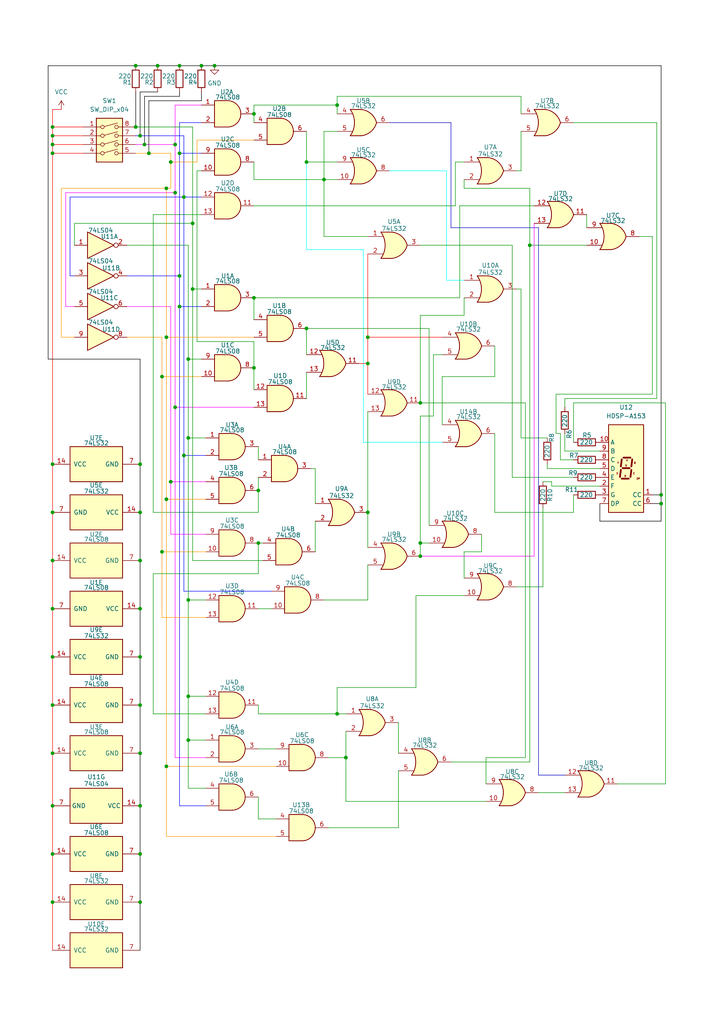
<source format=kicad_sch>
(kicad_sch (version 20231120) (generator "eeschema") (generator_version "8.0")
  (paper "A4" portrait)
  (lib_symbols
    (symbol "74xx:74LS04"
      (property "Reference" "U" (at 0 1.27 0))
      (property "Value" "74LS04" (at 0 -1.27 0))
      (symbol "74LS04_1_0"
        (pin input line (at -7.62 0 0) (length 3.81) (name "~") (number "1"))
        (pin output inverted (at 7.62 0 180) (length 3.81) (name "~") (number "2"))
      )
      (symbol "74LS04_2_0"
        (pin input line (at -7.62 0 0) (length 3.81) (name "~") (number "3"))
        (pin output inverted (at 7.62 0 180) (length 3.81) (name "~") (number "4"))
      )
      (symbol "74LS04_3_0"
        (pin input line (at -7.62 0 0) (length 3.81) (name "~") (number "5"))
        (pin output inverted (at 7.62 0 180) (length 3.81) (name "~") (number "6"))
      )
      (symbol "74LS04_4_0"
        (pin output inverted (at 7.62 0 180) (length 3.81) (name "~") (number "8"))
        (pin input line (at -7.62 0 0) (length 3.81) (name "~") (number "9"))
      )
      (symbol "74LS04_5_0"
        (pin output inverted (at 7.62 0 180) (length 3.81) (name "~") (number "10"))
        (pin input line (at -7.62 0 0) (length 3.81) (name "~") (number "11"))
      )
      (symbol "74LS04_6_0"
        (pin output inverted (at 7.62 0 180) (length 3.81) (name "~") (number "12"))
        (pin input line (at -7.62 0 0) (length 3.81) (name "~") (number "13"))
      )
      (symbol "74LS04_7_0"
        (pin power_in line (at 0 12.7 270) (length 5.08) (name "VCC") (number "14"))
        (pin power_in line (at 0 -12.7 90) (length 5.08) (name "GND") (number "7"))
      )
    )
    (symbol "74xx:74LS08" (pin_names (offset 1.016))
      (property "Reference" "U" (at 0 1.27 0))
      (property "Value" "74LS08" (at 0 -1.27 0))
      (symbol "74LS08_1_1"
        (pin input line (at -7.62 2.54 0) (length 3.81) (name "~") (number "1"))
        (pin input line (at -7.62 -2.54 0) (length 3.81) (name "~") (number "2"))
        (pin output line (at 7.62 0 180) (length 3.81) (name "~") (number "3"))
      )
      (symbol "74LS08_1_2"
        (pin input inverted (at -7.62 2.54 0) (length 4.318) (name "~") (number "1"))
        (pin input inverted (at -7.62 -2.54 0) (length 4.318) (name "~") (number "2"))
        (pin output inverted (at 7.62 0 180) (length 3.81) (name "~") (number "3"))
      )
      (symbol "74LS08_2_1"
        (pin input line (at -7.62 2.54 0) (length 3.81) (name "~") (number "4"))
        (pin input line (at -7.62 -2.54 0) (length 3.81) (name "~") (number "5"))
        (pin output line (at 7.62 0 180) (length 3.81) (name "~") (number "6"))
      )
      (symbol "74LS08_2_2"
        (pin input inverted (at -7.62 2.54 0) (length 4.318) (name "~") (number "4"))
        (pin input inverted (at -7.62 -2.54 0) (length 4.318) (name "~") (number "5"))
        (pin output inverted (at 7.62 0 180) (length 3.81) (name "~") (number "6"))
      )
      (symbol "74LS08_3_1"
        (pin input line (at -7.62 -2.54 0) (length 3.81) (name "~") (number "10"))
        (pin output line (at 7.62 0 180) (length 3.81) (name "~") (number "8"))
        (pin input line (at -7.62 2.54 0) (length 3.81) (name "~") (number "9"))
      )
      (symbol "74LS08_3_2"
        (pin input inverted (at -7.62 -2.54 0) (length 4.318) (name "~") (number "10"))
        (pin output inverted (at 7.62 0 180) (length 3.81) (name "~") (number "8"))
        (pin input inverted (at -7.62 2.54 0) (length 4.318) (name "~") (number "9"))
      )
      (symbol "74LS08_4_1"
        (pin output line (at 7.62 0 180) (length 3.81) (name "~") (number "11"))
        (pin input line (at -7.62 2.54 0) (length 3.81) (name "~") (number "12"))
        (pin input line (at -7.62 -2.54 0) (length 3.81) (name "~") (number "13"))
      )
      (symbol "74LS08_4_2"
        (pin output inverted (at 7.62 0 180) (length 3.81) (name "~") (number "11"))
        (pin input inverted (at -7.62 2.54 0) (length 4.318) (name "~") (number "12"))
        (pin input inverted (at -7.62 -2.54 0) (length 4.318) (name "~") (number "13"))
      )
      (symbol "74LS08_5_0"
        (pin power_in line (at 0 12.7 270) (length 5.08) (name "VCC") (number "14"))
        (pin power_in line (at 0 -12.7 90) (length 5.08) (name "GND") (number "7"))
      )
    )
    (symbol "74xx:74LS32" (pin_names (offset 1.016))
      (property "Reference" "U" (at 0 1.27 0))
      (property "Value" "74LS32" (at 0 -1.27 0))
      (symbol "74LS32_1_1"
        (pin input line (at -7.62 2.54 0) (length 4.318) (name "~") (number "1"))
        (pin input line (at -7.62 -2.54 0) (length 4.318) (name "~") (number "2"))
        (pin output line (at 7.62 0 180) (length 3.81) (name "~") (number "3"))
      )
      (symbol "74LS32_1_2"
        (pin input inverted (at -7.62 2.54 0) (length 3.81) (name "~") (number "1"))
        (pin input inverted (at -7.62 -2.54 0) (length 3.81) (name "~") (number "2"))
        (pin output inverted (at 7.62 0 180) (length 3.81) (name "~") (number "3"))
      )
      (symbol "74LS32_2_1"
        (pin input line (at -7.62 2.54 0) (length 4.318) (name "~") (number "4"))
        (pin input line (at -7.62 -2.54 0) (length 4.318) (name "~") (number "5"))
        (pin output line (at 7.62 0 180) (length 3.81) (name "~") (number "6"))
      )
      (symbol "74LS32_2_2"
        (pin input inverted (at -7.62 2.54 0) (length 3.81) (name "~") (number "4"))
        (pin input inverted (at -7.62 -2.54 0) (length 3.81) (name "~") (number "5"))
        (pin output inverted (at 7.62 0 180) (length 3.81) (name "~") (number "6"))
      )
      (symbol "74LS32_3_1"
        (pin input line (at -7.62 -2.54 0) (length 4.318) (name "~") (number "10"))
        (pin output line (at 7.62 0 180) (length 3.81) (name "~") (number "8"))
        (pin input line (at -7.62 2.54 0) (length 4.318) (name "~") (number "9"))
      )
      (symbol "74LS32_3_2"
        (pin input inverted (at -7.62 -2.54 0) (length 3.81) (name "~") (number "10"))
        (pin output inverted (at 7.62 0 180) (length 3.81) (name "~") (number "8"))
        (pin input inverted (at -7.62 2.54 0) (length 3.81) (name "~") (number "9"))
      )
      (symbol "74LS32_4_1"
        (pin output line (at 7.62 0 180) (length 3.81) (name "~") (number "11"))
        (pin input line (at -7.62 2.54 0) (length 4.318) (name "~") (number "12"))
        (pin input line (at -7.62 -2.54 0) (length 4.318) (name "~") (number "13"))
      )
      (symbol "74LS32_4_2"
        (pin output inverted (at 7.62 0 180) (length 3.81) (name "~") (number "11"))
        (pin input inverted (at -7.62 2.54 0) (length 3.81) (name "~") (number "12"))
        (pin input inverted (at -7.62 -2.54 0) (length 3.81) (name "~") (number "13"))
      )
      (symbol "74LS32_5_0"
        (pin power_in line (at 0 12.7 270) (length 5.08) (name "VCC") (number "14"))
        (pin power_in line (at 0 -12.7 90) (length 5.08) (name "GND") (number "7"))
      )
    )
    (symbol "Device:R" (pin_numbers hide) (pin_names (offset 0))
      (property "Reference" "R" (at 2.032 0 90))
      (property "Value" "R" (at 0 0 90))
      (symbol "R_1_1"
        (pin passive line (at 0 3.81 270) (length 1.27) (name "~") (number "1"))
        (pin passive line (at 0 -3.81 90) (length 1.27) (name "~") (number "2"))
      )
    )
    (symbol "Display_Character:HDSP-A153"
      (property "Reference" "U" (at -3.81 13.97 0))
      (property "Value" "HDSP-A153" (at 6.35 13.97 0))
      (symbol "HDSP-A153_1_0"
        (text "A" (at 0.254 2.413 0) (effects (font (size 0.508 0.508))))
        (text "B" (at 2.54 1.651 0) (effects (font (size 0.508 0.508))))
        (text "C" (at 2.286 -1.397 0) (effects (font (size 0.508 0.508))))
        (text "D" (at -0.254 -2.159 0) (effects (font (size 0.508 0.508))))
        (text "DP" (at 3.556 -2.921 0) (effects (font (size 0.508 0.508))))
        (text "E" (at -2.54 -1.397 0) (effects (font (size 0.508 0.508))))
        (text "F" (at -2.286 1.651 0) (effects (font (size 0.508 0.508))))
        (text "G" (at 0 0.889 0) (effects (font (size 0.508 0.508))))
      )
      (symbol "HDSP-A153_1_1"
        (pin input line (at 7.62 -7.62 180) (length 2.54) (name "CC") (number "1"))
        (pin input line (at -7.62 7.62 0) (length 2.54) (name "A") (number "10"))
        (pin input line (at -7.62 -5.08 0) (length 2.54) (name "F") (number "2"))
        (pin input line (at -7.62 -7.62 0) (length 2.54) (name "G") (number "3"))
        (pin input line (at -7.62 -2.54 0) (length 2.54) (name "E") (number "4"))
        (pin input line (at -7.62 0 0) (length 2.54) (name "D") (number "5"))
        (pin input line (at 7.62 -10.16 180) (length 2.54) (name "CC") (number "6"))
        (pin input line (at -7.62 -10.16 0) (length 2.54) (name "DP") (number "7"))
        (pin input line (at -7.62 2.54 0) (length 2.54) (name "C") (number "8"))
        (pin input line (at -7.62 5.08 0) (length 2.54) (name "B") (number "9"))
      )
    )
    (symbol "Switch:SW_DIP_x04" (pin_names (offset 0) hide)
      (property "Reference" "SW" (at 0 8.89 0))
      (property "Value" "SW_DIP_x04" (at 0 -6.35 0))
      (symbol "SW_DIP_x04_1_1"
        (pin passive line (at -7.62 5.08 0) (length 5.08) (name "~") (number "1"))
        (pin passive line (at -7.62 2.54 0) (length 5.08) (name "~") (number "2"))
        (pin passive line (at -7.62 0 0) (length 5.08) (name "~") (number "3"))
        (pin passive line (at -7.62 -2.54 0) (length 5.08) (name "~") (number "4"))
        (pin passive line (at 7.62 -2.54 180) (length 5.08) (name "~") (number "5"))
        (pin passive line (at 7.62 0 180) (length 5.08) (name "~") (number "6"))
        (pin passive line (at 7.62 2.54 180) (length 5.08) (name "~") (number "7"))
        (pin passive line (at 7.62 5.08 180) (length 5.08) (name "~") (number "8"))
      )
    )
    (symbol "power:GND" (power) (pin_numbers hide) (pin_names (offset 0) hide)
      (property "Value" "GND" (at 0 -3.81 0))
      (symbol "GND_1_1"
        (pin power_in line (at 0 0 270) (length 0) (name "~") (number "1"))
      )
    )
    (symbol "power:VCC" (power) (pin_numbers hide) (pin_names (offset 0) hide)
      (property "Value" "VCC" (at 0 3.556 0))
      (symbol "VCC_1_1"
        (pin power_in line (at 0 0 90) (length 0) (name "~") (number "1"))
      )
    )
  )
  (junction (at 62.23 19.05))
  (junction (at 48.26 97.79))
  (junction (at 40.64 134.62))
  (junction (at 49.53 139.7))
  (junction (at 15.24 39.37))
  (junction (at 39.37 19.05))
  (junction (at 54.61 214.63))
  (junction (at 15.24 233.68))
  (junction (at 50.8 55.88))
  (junction (at 121.92 116.84))
  (junction (at 53.34 57.15))
  (junction (at 40.64 218.44))
  (junction (at 106.68 97.79))
  (junction (at 52.07 19.05))
  (junction (at 121.92 161.29))
  (junction (at 15.24 41.91))
  (junction (at 191.77 146.05))
  (junction (at 52.07 88.9))
  (junction (at 15.24 44.45))
  (junction (at 54.61 127))
  (junction (at 88.9 95.25))
  (junction (at 45.72 19.05))
  (junction (at 53.34 132.08))
  (junction (at 54.61 104.14))
  (junction (at 46.99 160.02))
  (junction (at 52.07 80.01))
  (junction (at 121.92 157.48))
  (junction (at 106.68 105.41))
  (junction (at 40.64 162.56))
  (junction (at 41.91 41.91))
  (junction (at 40.64 39.37))
  (junction (at 15.24 176.53))
  (junction (at 48.26 144.78))
  (junction (at 55.88 83.82))
  (junction (at 15.24 204.47))
  (junction (at 46.99 109.22))
  (junction (at 73.66 106.68))
  (junction (at 15.24 190.5))
  (junction (at 88.9 46.99))
  (junction (at 15.24 148.59))
  (junction (at 15.24 261.62))
  (junction (at 73.66 86.36))
  (junction (at 73.66 33.02))
  (junction (at 97.79 30.48))
  (junction (at 15.24 162.56))
  (junction (at 55.88 64.77))
  (junction (at 74.93 142.24))
  (junction (at 48.26 222.25))
  (junction (at 58.42 19.05))
  (junction (at 40.64 247.65))
  (junction (at 39.37 36.83))
  (junction (at 54.61 201.93))
  (junction (at 97.79 207.01))
  (junction (at 15.24 218.44))
  (junction (at 191.77 143.51))
  (junction (at 40.64 261.62))
  (junction (at 74.93 157.48))
  (junction (at 153.67 71.12))
  (junction (at 40.64 190.5))
  (junction (at 93.98 52.07))
  (junction (at 15.24 36.83))
  (junction (at 15.24 134.62))
  (junction (at 40.64 148.59))
  (junction (at 40.64 204.47))
  (junction (at 15.24 247.65))
  (junction (at 54.61 173.99))
  (junction (at 43.18 44.45))
  (junction (at 50.8 118.11))
  (junction (at 48.26 54.61))
  (junction (at 40.64 176.53))
  (junction (at 106.68 148.59))
  (junction (at 49.53 46.99))
  (junction (at 52.07 44.45))
  (junction (at 40.64 233.68))
  (junction (at 100.33 219.71))
  (junction (at 50.8 41.91))
  (wire (pts (xy 152.4 116.84) (xy 152.4 219.71)))
  (wire (pts (xy 48.26 54.61) (xy 17.78 54.61)) (stroke (width 0) (color 255 153 0 1)))
  (wire (pts (xy 46.99 179.07) (xy 59.69 179.07)) (stroke (width 0) (color 255 153 0 1)))
  (wire (pts (xy 50.8 41.91) (xy 50.8 55.88)) (stroke (width 0) (color 255 0 255 1)))
  (wire (pts (xy 20.32 80.01) (xy 21.59 80.01)) (stroke (width 0) (color 0 0 255 1)))
  (wire (pts (xy 154.94 161.29) (xy 154.94 64.77)) (stroke (width 0) (color 255 0 255 1)))
  (wire (pts (xy 162.56 125.73) (xy 162.56 133.35)))
  (wire (pts (xy 121.92 71.12) (xy 148.59 71.12)))
  (wire (pts (xy 105.41 72.39) (xy 88.9 72.39)) (stroke (width 0) (color 0 255 255 1)))
  (wire (pts (xy 113.03 49.53) (xy 129.54 49.53)) (stroke (width 0) (color 0 255 255 1)))
  (wire (pts (xy 49.53 46.99) (xy 57.15 46.99)) (stroke (width 0) (color 255 153 0 1)))
  (wire (pts (xy 134.62 160.02) (xy 134.62 167.64)))
  (wire (pts (xy 58.42 19.05) (xy 62.23 19.05)) (stroke (width 0) (color 0 0 0 1)))
  (wire (pts (xy 97.79 207.01) (xy 100.33 207.01)))
  (wire (pts (xy 15.24 36.83) (xy 24.13 36.83)) (stroke (width 0) (color 255 0 0 1)))
  (wire (pts (xy 52.07 35.56) (xy 58.42 35.56)) (stroke (width 0) (color 0 0 255 1)))
  (wire (pts (xy 95.25 219.71) (xy 100.33 219.71)))
  (wire (pts (xy 163.83 130.81) (xy 173.99 130.81)))
  (wire (pts (xy 55.88 64.77) (xy 55.88 83.82)))
  (wire (pts (xy 54.61 104.14) (xy 58.42 104.14)))
  (wire (pts (xy 93.98 38.1) (xy 97.79 38.1)))
  (wire (pts (xy 50.8 41.91) (xy 50.8 30.48)) (stroke (width 0) (color 255 0 255 1)))
  (wire (pts (xy 128.27 128.27) (xy 105.41 128.27)) (stroke (width 0) (color 0 255 255 1)))
  (wire (pts (xy 73.66 106.68) (xy 73.66 113.03)))
  (wire (pts (xy 50.8 219.71) (xy 59.69 219.71)) (stroke (width 0) (color 255 0 255 1)))
  (wire (pts (xy 15.24 39.37) (xy 15.24 36.83)) (stroke (width 0) (color 255 0 0 1)))
  (wire (pts (xy 49.53 88.9) (xy 49.53 139.7)) (stroke (width 0) (color 255 0 255 1)))
  (wire (pts (xy 48.26 222.25) (xy 80.01 222.25)) (stroke (width 0) (color 255 153 0 1)))
  (wire (pts (xy 40.64 134.62) (xy 40.64 148.59)) (stroke (width 0) (color 0 0 0 1)))
  (wire (pts (xy 149.86 170.18) (xy 157.48 170.18)))
  (wire (pts (xy 106.68 97.79) (xy 128.27 97.79)) (stroke (width 0) (color 255 0 0 1)))
  (wire (pts (xy 41.91 41.91) (xy 50.8 41.91)) (stroke (width 0) (color 255 0 255 1)))
  (wire (pts (xy 40.64 261.62) (xy 40.64 275.59)) (stroke (width 0) (color 0 0 0 1)))
  (wire (pts (xy 15.24 190.5) (xy 15.24 204.47)) (stroke (width 0) (color 255 0 0 1)))
  (wire (pts (xy 143.51 148.59) (xy 166.37 148.59)))
  (wire (pts (xy 139.7 160.02) (xy 134.62 160.02)))
  (wire (pts (xy 46.99 160.02) (xy 46.99 179.07)) (stroke (width 0) (color 255 153 0 1)))
  (wire (pts (xy 139.7 154.94) (xy 139.7 160.02)))
  (wire (pts (xy 58.42 29.21) (xy 43.18 29.21)) (stroke (width 0) (color 0 0 0 1)))
  (wire (pts (xy 90.17 135.89) (xy 91.44 135.89)))
  (wire (pts (xy 52.07 88.9) (xy 52.07 233.68)) (stroke (width 0) (color 0 0 255 1)))
  (wire (pts (xy 157.48 147.32) (xy 157.48 170.18)))
  (wire (pts (xy 106.68 148.59) (xy 106.68 158.75)))
  (wire (pts (xy 121.92 161.29) (xy 121.92 157.48)))
  (wire (pts (xy 106.68 97.79) (xy 106.68 105.41)) (stroke (width 0) (color 255 0 0 1)))
  (wire (pts (xy 125.73 120.65) (xy 125.73 102.87)))
  (wire (pts (xy 73.66 33.02) (xy 73.66 30.48)))
  (wire (pts (xy 95.25 240.03) (xy 115.57 240.03)))
  (wire (pts (xy 15.24 261.62) (xy 15.24 275.59)) (stroke (width 0) (color 255 0 0 1)))
  (wire (pts (xy 74.93 142.24) (xy 74.93 148.59)))
  (wire (pts (xy 52.07 27.94) (xy 52.07 26.67)) (stroke (width 0) (color 0 0 0 1)))
  (wire (pts (xy 166.37 35.56) (xy 190.5 35.56)))
  (wire (pts (xy 88.9 72.39) (xy 88.9 46.99)) (stroke (width 0) (color 0 255 255 1)))
  (wire (pts (xy 93.98 38.1) (xy 93.98 52.07)))
  (wire (pts (xy 19.05 55.88) (xy 19.05 88.9)) (stroke (width 0) (color 255 0 255 1)))
  (wire (pts (xy 73.66 86.36) (xy 133.35 86.36)))
  (wire (pts (xy 104.14 105.41) (xy 106.68 105.41)) (stroke (width 0) (color 255 0 0 1)))
  (wire (pts (xy 153.67 54.61) (xy 153.67 71.12)))
  (wire (pts (xy 157.48 139.7) (xy 160.02 139.7)))
  (wire (pts (xy 106.68 119.38) (xy 106.68 148.59)))
  (wire (pts (xy 58.42 26.67) (xy 58.42 29.21)) (stroke (width 0) (color 0 0 0 1)))
  (wire (pts (xy 19.05 88.9) (xy 21.59 88.9)) (stroke (width 0) (color 255 0 255 1)))
  (wire (pts (xy 97.79 199.39) (xy 120.65 199.39)))
  (wire (pts (xy 106.68 173.99) (xy 93.98 173.99)))
  (wire (pts (xy 193.04 116.84) (xy 193.04 227.33)))
  (wire (pts (xy 129.54 49.53) (xy 129.54 81.28)) (stroke (width 0) (color 0 255 255 1)))
  (wire (pts (xy 54.61 173.99) (xy 54.61 127)))
  (wire (pts (xy 40.64 176.53) (xy 40.64 190.5)) (stroke (width 0) (color 0 0 0 1)))
  (wire (pts (xy 133.35 86.36) (xy 133.35 59.69)))
  (wire (pts (xy 55.88 83.82) (xy 58.42 83.82)))
  (wire (pts (xy 170.18 62.23) (xy 170.18 66.04)))
  (wire (pts (xy 20.32 57.15) (xy 53.34 57.15)) (stroke (width 0) (color 0 0 255 1)))
  (wire (pts (xy 130.81 66.04) (xy 130.81 35.56)) (stroke (width 0) (color 0 0 194 1)))
  (wire (pts (xy 54.61 173.99) (xy 54.61 201.93)))
  (wire (pts (xy 40.64 233.68) (xy 40.64 247.65)) (stroke (width 0) (color 0 0 0 1)))
  (wire (pts (xy 151.13 38.1) (xy 151.13 49.53)))
  (wire (pts (xy 15.24 41.91) (xy 24.13 41.91)) (stroke (width 0) (color 255 0 0 1)))
  (wire (pts (xy 52.07 80.01) (xy 52.07 44.45)) (stroke (width 0) (color 0 0 255 1)))
  (wire (pts (xy 190.5 115.57) (xy 163.83 115.57)))
  (wire (pts (xy 132.08 46.99) (xy 134.62 46.99)))
  (wire (pts (xy 52.07 44.45) (xy 58.42 44.45)) (stroke (width 0) (color 0 0 255 1)))
  (wire (pts (xy 53.34 171.45) (xy 78.74 171.45)) (stroke (width 0) (color 0 0 255 1)))
  (wire (pts (xy 74.93 237.49) (xy 80.01 237.49)))
  (wire (pts (xy 59.69 173.99) (xy 54.61 173.99)))
  (wire (pts (xy 191.77 146.05) (xy 189.23 146.05)) (stroke (width 0) (color 0 0 0 1)))
  (wire (pts (xy 40.64 39.37) (xy 53.34 39.37)) (stroke (width 0) (color 0 0 255 1)))
  (wire (pts (xy 54.61 71.12) (xy 54.61 104.14)))
  (wire (pts (xy 15.24 162.56) (xy 15.24 176.53)) (stroke (width 0) (color 255 0 0 1)))
  (wire (pts (xy 15.24 204.47) (xy 15.24 218.44)) (stroke (width 0) (color 255 0 0 1)))
  (wire (pts (xy 21.59 71.12) (xy 21.59 64.77)))
  (wire (pts (xy 151.13 49.53) (xy 149.86 49.53)))
  (wire (pts (xy 73.66 33.02) (xy 73.66 35.56)))
  (wire (pts (xy 128.27 109.22) (xy 143.51 109.22)))
  (wire (pts (xy 53.34 57.15) (xy 58.42 57.15)) (stroke (width 0) (color 0 0 255 1)))
  (wire (pts (xy 52.07 88.9) (xy 58.42 88.9)) (stroke (width 0) (color 0 0 255 1)))
  (wire (pts (xy 54.61 214.63) (xy 54.61 228.6)))
  (wire (pts (xy 121.92 157.48) (xy 121.92 120.65)))
  (wire (pts (xy 53.34 57.15) (xy 53.34 39.37)) (stroke (width 0) (color 0 0 255 1)))
  (wire (pts (xy 54.61 228.6) (xy 59.69 228.6)))
  (wire (pts (xy 152.4 219.71) (xy 140.97 219.71)))
  (wire (pts (xy 91.44 135.89) (xy 91.44 146.05)))
  (wire (pts (xy 73.66 30.48) (xy 97.79 30.48)))
  (wire (pts (xy 15.24 41.91) (xy 15.24 39.37)) (stroke (width 0) (color 255 0 0 1)))
  (wire (pts (xy 73.66 99.06) (xy 57.15 99.06)))
  (wire (pts (xy 46.99 109.22) (xy 46.99 160.02)) (stroke (width 0) (color 255 153 0 1)))
  (wire (pts (xy 74.93 217.17) (xy 80.01 217.17)))
  (wire (pts (xy 40.64 218.44) (xy 40.64 233.68)) (stroke (width 0) (color 0 0 0 1)))
  (wire (pts (xy 50.8 118.11) (xy 73.66 118.11)) (stroke (width 0) (color 255 0 255 1)))
  (wire (pts (xy 153.67 54.61) (xy 134.62 54.61)))
  (wire (pts (xy 160.02 139.7) (xy 160.02 140.97)))
  (wire (pts (xy 15.24 134.62) (xy 15.24 148.59)) (stroke (width 0) (color 255 0 0 1)))
  (wire (pts (xy 41.91 27.94) (xy 41.91 41.91)) (stroke (width 0) (color 0 0 0 1)))
  (wire (pts (xy 148.59 138.43) (xy 166.37 138.43)))
  (wire (pts (xy 41.91 27.94) (xy 52.07 27.94)) (stroke (width 0) (color 0 0 0 1)))
  (wire (pts (xy 148.59 71.12) (xy 148.59 138.43)))
  (wire (pts (xy 15.24 44.45) (xy 15.24 134.62)) (stroke (width 0) (color 255 0 0 1)))
  (wire (pts (xy 44.45 166.37) (xy 44.45 207.01)))
  (wire (pts (xy 140.97 219.71) (xy 140.97 227.33)))
  (wire (pts (xy 120.65 199.39) (xy 120.65 172.72)))
  (wire (pts (xy 48.26 144.78) (xy 48.26 222.25)) (stroke (width 0) (color 255 153 0 1)))
  (wire (pts (xy 39.37 41.91) (xy 41.91 41.91)) (stroke (width 0) (color 255 0 255 1)))
  (wire (pts (xy 73.66 86.36) (xy 73.66 92.71)))
  (wire (pts (xy 46.99 97.79) (xy 46.99 109.22)) (stroke (width 0) (color 255 153 0 1)))
  (wire (pts (xy 44.45 166.37) (xy 74.93 166.37)))
  (wire (pts (xy 40.64 247.65) (xy 40.64 261.62)) (stroke (width 0) (color 0 0 0 1)))
  (wire (pts (xy 52.07 80.01) (xy 52.07 88.9)) (stroke (width 0) (color 0 0 255 1)))
  (wire (pts (xy 189.23 114.3) (xy 161.29 114.3)))
  (wire (pts (xy 13.97 19.05) (xy 39.37 19.05)) (stroke (width 0) (color 0 0 0 1)))
  (wire (pts (xy 162.56 133.35) (xy 166.37 133.35)))
  (wire (pts (xy 17.78 97.79) (xy 21.59 97.79)) (stroke (width 0) (color 255 153 0 1)))
  (wire (pts (xy 49.53 46.99) (xy 49.53 54.61)) (stroke (width 0) (color 255 153 0 1)))
  (wire (pts (xy 121.92 157.48) (xy 124.46 157.48)))
  (wire (pts (xy 97.79 27.94) (xy 151.13 27.94)))
  (wire (pts (xy 57.15 49.53) (xy 58.42 49.53)))
  (wire (pts (xy 105.41 128.27) (xy 105.41 72.39)) (stroke (width 0) (color 0 255 255 1)))
  (wire (pts (xy 15.24 218.44) (xy 15.24 233.68)) (stroke (width 0) (color 255 0 0 1)))
  (wire (pts (xy 48.26 144.78) (xy 59.69 144.78)) (stroke (width 0) (color 255 153 0 1)))
  (wire (pts (xy 185.42 68.58) (xy 189.23 68.58)))
  (wire (pts (xy 115.57 223.52) (xy 115.57 240.03)))
  (wire (pts (xy 73.66 52.07) (xy 93.98 52.07)))
  (wire (pts (xy 74.93 207.01) (xy 74.93 204.47)))
  (wire (pts (xy 44.45 207.01) (xy 59.69 207.01)))
  (wire (pts (xy 158.75 134.62) (xy 158.75 135.89)))
  (wire (pts (xy 93.98 68.58) (xy 106.68 68.58)))
  (wire (pts (xy 49.53 139.7) (xy 49.53 154.94)) (stroke (width 0) (color 255 0 255 1)))
  (wire (pts (xy 54.61 201.93) (xy 59.69 201.93)))
  (wire (pts (xy 39.37 26.67) (xy 39.37 36.83)) (stroke (width 0) (color 0 0 0 1)))
  (wire (pts (xy 153.67 71.12) (xy 153.67 220.98)))
  (wire (pts (xy 76.2 162.56) (xy 55.88 162.56)))
  (wire (pts (xy 40.64 148.59) (xy 40.64 162.56)) (stroke (width 0) (color 0 0 0 1)))
  (wire (pts (xy 125.73 102.87) (xy 128.27 102.87)))
  (wire (pts (xy 39.37 39.37) (xy 40.64 39.37)) (stroke (width 0) (color 0 0 255 1)))
  (wire (pts (xy 88.9 38.1) (xy 88.9 46.99)))
  (wire (pts (xy 74.93 176.53) (xy 78.74 176.53)))
  (wire (pts (xy 100.33 219.71) (xy 100.33 232.41)))
  (wire (pts (xy 121.92 116.84) (xy 152.4 116.84)))
  (wire (pts (xy 49.53 44.45) (xy 49.53 46.99)) (stroke (width 0) (color 255 153 0 1)))
  (wire (pts (xy 50.8 55.88) (xy 19.05 55.88)) (stroke (width 0) (color 255 0 255 1)))
  (wire (pts (xy 156.21 229.87) (xy 163.83 229.87)))
  (wire (pts (xy 46.99 109.22) (xy 58.42 109.22)) (stroke (width 0) (color 255 153 0 1)))
  (wire (pts (xy 52.07 44.45) (xy 52.07 35.56)) (stroke (width 0) (color 0 0 255 1)))
  (wire (pts (xy 62.23 19.05) (xy 191.77 19.05)) (stroke (width 0) (color 0 0 0 1)))
  (wire (pts (xy 74.93 138.43) (xy 74.93 142.24)))
  (wire (pts (xy 163.83 115.57) (xy 163.83 118.11)))
  (wire (pts (xy 48.26 222.25) (xy 48.26 242.57)) (stroke (width 0) (color 255 153 0 1)))
  (wire (pts (xy 40.64 162.56) (xy 40.64 176.53)) (stroke (width 0) (color 0 0 0 1)))
  (wire (pts (xy 120.65 172.72) (xy 134.62 172.72)))
  (wire (pts (xy 49.53 154.94) (xy 59.69 154.94)) (stroke (width 0) (color 255 0 255 1)))
  (wire (pts (xy 129.54 81.28) (xy 134.62 81.28)) (stroke (width 0) (color 0 255 255 1)))
  (wire (pts (xy 134.62 54.61) (xy 134.62 52.07)))
  (wire (pts (xy 52.07 19.05) (xy 58.42 19.05)) (stroke (width 0) (color 0 0 0 1)))
  (wire (pts (xy 74.93 157.48) (xy 74.93 166.37)))
  (wire (pts (xy 97.79 30.48) (xy 97.79 27.94)))
  (wire (pts (xy 88.9 107.95) (xy 88.9 115.57)))
  (wire (pts (xy 40.64 204.47) (xy 40.64 218.44)) (stroke (width 0) (color 0 0 0 1)))
  (wire (pts (xy 173.99 146.05) (xy 173.99 151.13)) (stroke (width 0) (color 0 0 0 1)))
  (wire (pts (xy 15.24 31.75) (xy 17.78 31.75)) (stroke (width 0) (color 255 0 0 1)))
  (wire (pts (xy 115.57 209.55) (xy 115.57 218.44)))
  (wire (pts (xy 163.83 224.79) (xy 156.21 224.79)) (stroke (width 0) (color 0 0 194 1)))
  (wire (pts (xy 15.24 44.45) (xy 15.24 41.91)) (stroke (width 0) (color 255 0 0 1)))
  (wire (pts (xy 53.34 57.15) (xy 53.34 132.08)) (stroke (width 0) (color 0 0 255 1)))
  (wire (pts (xy 160.02 140.97) (xy 173.99 140.97)))
  (wire (pts (xy 189.23 68.58) (xy 189.23 114.3)))
  (wire (pts (xy 15.24 176.53) (xy 15.24 190.5)) (stroke (width 0) (color 255 0 0 1)))
  (wire (pts (xy 21.59 64.77) (xy 55.88 64.77)))
  (wire (pts (xy 124.46 95.25) (xy 88.9 95.25)))
  (wire (pts (xy 45.72 19.05) (xy 52.07 19.05)) (stroke (width 0) (color 0 0 0 1)))
  (wire (pts (xy 143.51 125.73) (xy 143.51 148.59)))
  (wire (pts (xy 40.64 190.5) (xy 40.64 204.47)) (stroke (width 0) (color 0 0 0 1)))
  (wire (pts (xy 133.35 59.69) (xy 154.94 59.69)))
  (wire (pts (xy 74.93 207.01) (xy 97.79 207.01)))
  (wire (pts (xy 73.66 59.69) (xy 132.08 59.69)))
  (wire (pts (xy 97.79 52.07) (xy 93.98 52.07)))
  (wire (pts (xy 15.24 44.45) (xy 24.13 44.45)) (stroke (width 0) (color 255 0 0 1)))
  (wire (pts (xy 163.83 125.73) (xy 163.83 130.81)))
  (wire (pts (xy 121.92 161.29) (xy 154.94 161.29)) (stroke (width 0) (color 255 0 255 1)))
  (wire (pts (xy 190.5 35.56) (xy 190.5 115.57)))
  (wire (pts (xy 106.68 105.41) (xy 106.68 114.3)) (stroke (width 0) (color 255 0 0 1)))
  (wire (pts (xy 106.68 73.66) (xy 106.68 97.79)) (stroke (width 0) (color 255 0 0 1)))
  (wire (pts (xy 151.13 27.94) (xy 151.13 33.02)))
  (wire (pts (xy 48.26 54.61) (xy 48.26 97.79)) (stroke (width 0) (color 255 153 0 1)))
  (wire (pts (xy 121.92 91.44) (xy 121.92 116.84)))
  (wire (pts (xy 161.29 125.73) (xy 162.56 125.73)))
  (wire (pts (xy 161.29 114.3) (xy 161.29 125.73)))
  (wire (pts (xy 48.26 242.57) (xy 80.01 242.57)) (stroke (width 0) (color 255 153 0 1)))
  (wire (pts (xy 39.37 44.45) (xy 43.18 44.45)) (stroke (width 0) (color 255 153 0 1)))
  (wire (pts (xy 191.77 146.05) (xy 191.77 151.13)) (stroke (width 0) (color 0 0 0 1)))
  (wire (pts (xy 121.92 120.65) (xy 125.73 120.65)))
  (wire (pts (xy 52.07 233.68) (xy 59.69 233.68)) (stroke (width 0) (color 0 0 255 1)))
  (wire (pts (xy 88.9 46.99) (xy 97.79 46.99)))
  (wire (pts (xy 57.15 46.99) (xy 57.15 40.64)) (stroke (width 0) (color 255 153 0 1)))
  (wire (pts (xy 36.83 80.01) (xy 52.07 80.01)) (stroke (width 0) (color 0 0 255 1)))
  (wire (pts (xy 134.62 86.36) (xy 134.62 91.44)))
  (wire (pts (xy 54.61 127) (xy 59.69 127)))
  (wire (pts (xy 156.21 66.04) (xy 130.81 66.04)) (stroke (width 0) (color 0 0 194 1)))
  (wire (pts (xy 49.53 139.7) (xy 59.69 139.7)) (stroke (width 0) (color 255 0 255 1)))
  (wire (pts (xy 50.8 30.48) (xy 58.42 30.48)) (stroke (width 0) (color 255 0 255 1)))
  (wire (pts (xy 48.26 97.79) (xy 48.26 144.78)) (stroke (width 0) (color 255 153 0 1)))
  (wire (pts (xy 166.37 116.84) (xy 166.37 128.27)))
  (wire (pts (xy 40.64 104.14) (xy 13.97 104.14)) (stroke (width 0) (color 0 0 0 1)))
  (wire (pts (xy 39.37 36.83) (xy 55.88 36.83)))
  (wire (pts (xy 43.18 44.45) (xy 49.53 44.45)) (stroke (width 0) (color 255 153 0 1)))
  (wire (pts (xy 153.67 71.12) (xy 170.18 71.12)))
  (wire (pts (xy 151.13 127) (xy 151.13 83.82)))
  (wire (pts (xy 46.99 160.02) (xy 59.69 160.02)) (stroke (width 0) (color 255 153 0 1)))
  (wire (pts (xy 156.21 224.79) (xy 156.21 66.04)) (stroke (width 0) (color 0 0 194 1)))
  (wire (pts (xy 100.33 219.71) (xy 100.33 212.09)))
  (wire (pts (xy 57.15 40.64) (xy 73.66 40.64)) (stroke (width 0) (color 255 153 0 1)))
  (wire (pts (xy 57.15 49.53) (xy 57.15 99.06)))
  (wire (pts (xy 48.26 97.79) (xy 73.66 97.79)) (stroke (width 0) (color 255 153 0 1)))
  (wire (pts (xy 58.42 62.23) (xy 44.45 62.23)))
  (wire (pts (xy 128.27 123.19) (xy 128.27 109.22)))
  (wire (pts (xy 158.75 135.89) (xy 173.99 135.89)))
  (wire (pts (xy 74.93 129.54) (xy 74.93 133.35)))
  (wire (pts (xy 130.81 220.98) (xy 153.67 220.98)))
  (wire (pts (xy 132.08 59.69) (xy 132.08 46.99)))
  (wire (pts (xy 100.33 232.41) (xy 140.97 232.41)))
  (wire (pts (xy 191.77 143.51) (xy 189.23 143.51)) (stroke (width 0) (color 0 0 0 1)))
  (wire (pts (xy 15.24 148.59) (xy 15.24 162.56)) (stroke (width 0) (color 255 0 0 1)))
  (wire (pts (xy 20.32 57.15) (xy 20.32 80.01)) (stroke (width 0) (color 0 0 255 1)))
  (wire (pts (xy 39.37 19.05) (xy 45.72 19.05)) (stroke (width 0) (color 0 0 0 1)))
  (wire (pts (xy 173.99 151.13) (xy 191.77 151.13)) (stroke (width 0) (color 0 0 0 1)))
  (wire (pts (xy 130.81 35.56) (xy 113.03 35.56)) (stroke (width 0) (color 0 0 194 1)))
  (wire (pts (xy 179.07 227.33) (xy 193.04 227.33)))
  (wire (pts (xy 158.75 127) (xy 151.13 127)))
  (wire (pts (xy 44.45 148.59) (xy 74.93 148.59)))
  (wire (pts (xy 15.24 31.75) (xy 15.24 36.83)) (stroke (width 0) (color 255 0 0 1)))
  (wire (pts (xy 43.18 29.21) (xy 43.18 44.45)) (stroke (width 0) (color 0 0 0 1)))
  (wire (pts (xy 74.93 231.14) (xy 74.93 237.49)))
  (wire (pts (xy 40.64 26.67) (xy 40.64 39.37)) (stroke (width 0) (color 0 0 0 1)))
  (wire (pts (xy 106.68 163.83) (xy 106.68 173.99)))
  (wire (pts (xy 53.34 132.08) (xy 53.34 171.45)) (stroke (width 0) (color 0 0 255 1)))
  (wire (pts (xy 151.13 83.82) (xy 149.86 83.82)))
  (wire (pts (xy 134.62 91.44) (xy 121.92 91.44)))
  (wire (pts (xy 91.44 151.13) (xy 91.44 160.02)))
  (wire (pts (xy 143.51 109.22) (xy 143.51 100.33)))
  (wire (pts (xy 93.98 52.07) (xy 93.98 68.58)))
  (wire (pts (xy 50.8 118.11) (xy 50.8 219.71)) (stroke (width 0) (color 255 0 255 1)))
  (wire (pts (xy 54.61 214.63) (xy 59.69 214.63)))
  (wire (pts (xy 49.53 54.61) (xy 48.26 54.61)) (stroke (width 0) (color 255 153 0 1)))
  (wire (pts (xy 74.93 157.48) (xy 76.2 157.48)))
  (wire (pts (xy 50.8 55.88) (xy 50.8 118.11)) (stroke (width 0) (color 255 0 255 1)))
  (wire (pts (xy 15.24 233.68) (xy 15.24 247.65)) (stroke (width 0) (color 255 0 0 1)))
  (wire (pts (xy 13.97 104.14) (xy 13.97 19.05)) (stroke (width 0) (color 0 0 0 1)))
  (wire (pts (xy 73.66 46.99) (xy 73.66 52.07)))
  (wire (pts (xy 73.66 106.68) (xy 73.66 99.06)))
  (wire (pts (xy 40.64 134.62) (xy 40.64 104.14)) (stroke (width 0) (color 0 0 0 1)))
  (wire (pts (xy 15.24 39.37) (xy 24.13 39.37)) (stroke (width 0) (color 255 0 0 1)))
  (wire (pts (xy 36.83 97.79) (xy 46.99 97.79)) (stroke (width 0) (color 255 153 0 1)))
  (wire (pts (xy 54.61 201.93) (xy 54.61 214.63)))
  (wire (pts (xy 191.77 143.51) (xy 191.77 146.05)) (stroke (width 0) (color 0 0 0 1)))
  (wire (pts (xy 36.83 88.9) (xy 49.53 88.9)) (stroke (width 0) (color 255 0 255 1)))
  (wire (pts (xy 88.9 95.25) (xy 88.9 102.87)))
  (wire (pts (xy 55.88 36.83) (xy 55.88 64.77)))
  (wire (pts (xy 55.88 83.82) (xy 55.88 162.56)))
  (wire (pts (xy 124.46 152.4) (xy 124.46 95.25)))
  (wire (pts (xy 191.77 19.05) (xy 191.77 143.51)) (stroke (width 0) (color 0 0 0 1)))
  (wire (pts (xy 15.24 247.65) (xy 15.24 261.62)) (stroke (width 0) (color 255 0 0 1)))
  (wire (pts (xy 97.79 30.48) (xy 97.79 33.02)))
  (wire (pts (xy 166.37 148.59) (xy 166.37 143.51)))
  (wire (pts (xy 54.61 104.14) (xy 54.61 127)))
  (wire (pts (xy 17.78 54.61) (xy 17.78 97.79)) (stroke (width 0) (color 255 153 0 1)))
  (wire (pts (xy 53.34 132.08) (xy 59.69 132.08)) (stroke (width 0) (color 0 0 255 1)))
  (wire (pts (xy 193.04 116.84) (xy 166.37 116.84)))
  (wire (pts (xy 45.72 26.67) (xy 40.64 26.67)) (stroke (width 0) (color 0 0 0 1)))
  (wire (pts (xy 97.79 207.01) (xy 97.79 199.39)))
  (wire (pts (xy 36.83 71.12) (xy 54.61 71.12)))
  (wire (pts (xy 44.45 62.23) (xy 44.45 148.59)))
  (symbol (lib_id "74xx:74LS32") (at 162.56 62.23 0) (unit 4)
    (property "Reference" "U7" (at 162.56 56.134 0))
    (property "Value" "74LS32" (at 162.56 57.658 0))
    (property "Datasheet" "http://www.ti.com/lit/gpn/sn74LS32" (effects (hide yes)))
    (property "Description" "Quad 2-input OR" (effects (hide yes)))
  )
  (symbol (lib_id "74xx:74LS32") (at 114.3 161.29 0) (unit 2)
    (property "Reference" "U9" (at 114.3 154.94 0))
    (property "Value" "74LS32" (at 114.3 156.464 0))
    (property "Datasheet" "http://www.ti.com/lit/gpn/sn74LS32" (effects (hide yes)))
    (property "Description" "Quad 2-input OR" (effects (hide yes)))
  )
  (symbol (lib_id "74xx:74LS08") (at 81.28 38.1 0) (unit 2)
    (property "Reference" "U2" (at 81.026 31.496 0))
    (property "Value" "74LS08" (at 81.026 33.274 0))
    (property "Datasheet" "http://www.ti.com/lit/gpn/sn74LS08" (effects (hide yes)))
    (property "Description" "Quad And2" (effects (hide yes)))
  )
  (symbol (lib_id "74xx:74LS08") (at 27.94 218.44 90) (unit 5)
    (property "Reference" "U3" (at 27.94 210.82 90))
    (property "Value" "74LS08" (at 27.94 212.344 90))
    (property "Datasheet" "http://www.ti.com/lit/gpn/sn74LS08" (effects (hide yes)))
    (property "Description" "Quad And2" (effects (hide yes)))
  )
  (symbol (lib_id "74xx:74LS32") (at 148.59 229.87 0) (unit 3)
    (property "Reference" "U8" (at 148.59 223.774 0))
    (property "Value" "74LS32" (at 148.59 225.298 0))
    (property "Datasheet" "http://www.ti.com/lit/gpn/sn74LS32" (effects (hide yes)))
    (property "Description" "Quad 2-input OR" (effects (hide yes)))
  )
  (symbol (lib_id "Device:R") (at 170.18 128.27 270) (unit 1)
    (property "Reference" "R5" (at 168.91 126.238 90) (effects (justify left)))
    (property "Value" "220" (at 168.148 128.27 90) (effects (justify left)))
    (property "Description" "Resistor" (effects (hide yes)))
  )
  (symbol (lib_id "74xx:74LS08") (at 67.31 231.14 0) (unit 2)
    (property "Reference" "U6" (at 67.056 224.536 0))
    (property "Value" "74LS08" (at 67.056 226.314 0))
    (property "Datasheet" "http://www.ti.com/lit/gpn/sn74LS08" (effects (hide yes)))
    (property "Description" "Quad And2" (effects (hide yes)))
  )
  (symbol (lib_id "74xx:74LS08") (at 81.28 115.57 0) (unit 4)
    (property "Reference" "U1" (at 81.28 108.966 0))
    (property "Value" "74LS08" (at 81.28 110.744 0))
    (property "Datasheet" "http://www.ti.com/lit/gpn/sn74LS08" (effects (hide yes)))
    (property "Description" "Quad And2" (effects (hide yes)))
  )
  (symbol (lib_id "74xx:74LS32") (at 135.89 100.33 0) (unit 2)
    (property "Reference" "U10" (at 135.89 93.98 0))
    (property "Value" "74LS32" (at 135.89 95.504 0))
    (property "Datasheet" "http://www.ti.com/lit/gpn/sn74LS32" (effects (hide yes)))
    (property "Description" "Quad 2-input OR" (effects (hide yes)))
  )
  (symbol (lib_id "74xx:74LS08") (at 81.28 95.25 0) (unit 2)
    (property "Reference" "U1" (at 81.026 88.646 0))
    (property "Value" "74LS08" (at 81.026 90.424 0))
    (property "Datasheet" "http://www.ti.com/lit/gpn/sn74LS08" (effects (hide yes)))
    (property "Description" "Quad And2" (effects (hide yes)))
  )
  (symbol (lib_id "Device:R") (at 158.75 130.81 0) (unit 1)
    (property "Reference" "R8" (at 160.02 128.27 90) (effects (justify left)))
    (property "Value" "220" (at 158.75 132.842 90) (effects (justify left)))
    (property "Description" "Resistor" (effects (hide yes)))
  )
  (symbol (lib_id "74xx:74LS08") (at 66.04 86.36 0) (unit 1)
    (property "Reference" "U1" (at 66.04 80.01 0))
    (property "Value" "74LS08" (at 66.04 81.534 0))
    (property "Datasheet" "http://www.ti.com/lit/gpn/sn74LS08" (effects (hide yes)))
    (property "Description" "Quad And2" (effects (hide yes)))
  )
  (symbol (lib_id "74xx:74LS08") (at 66.04 46.99 0) (unit 3)
    (property "Reference" "U2" (at 66.04 40.386 0))
    (property "Value" "74LS08" (at 66.04 42.164 0))
    (property "Datasheet" "http://www.ti.com/lit/gpn/sn74LS08" (effects (hide yes)))
    (property "Description" "Quad And2" (effects (hide yes)))
  )
  (symbol (lib_id "74xx:74LS08") (at 82.55 135.89 0) (unit 1)
    (property "Reference" "U4" (at 82.55 129.54 0))
    (property "Value" "74LS08" (at 82.55 131.064 0))
    (property "Datasheet" "http://www.ti.com/lit/gpn/sn74LS08" (effects (hide yes)))
    (property "Description" "Quad And2" (effects (hide yes)))
  )
  (symbol (lib_id "Device:R") (at 45.72 22.86 0) (unit 1)
    (property "Reference" "R2" (at 41.91 23.876 0) (effects (justify left)))
    (property "Value" "220" (at 40.64 22.098 0) (effects (justify left)))
    (property "Description" "Resistor" (effects (hide yes)))
  )
  (symbol (lib_id "74xx:74LS32") (at 142.24 83.82 0) (unit 1)
    (property "Reference" "U10" (at 142.24 76.962 0))
    (property "Value" "74LS32" (at 142.24 78.994 0))
    (property "Datasheet" "http://www.ti.com/lit/gpn/sn74LS32" (effects (hide yes)))
    (property "Description" "Quad 2-input OR" (effects (hide yes)))
  )
  (symbol (lib_id "74xx:74LS08") (at 67.31 157.48 0) (unit 3)
    (property "Reference" "U3" (at 67.31 150.876 0))
    (property "Value" "74LS08" (at 67.31 152.654 0))
    (property "Datasheet" "http://www.ti.com/lit/gpn/sn74LS08" (effects (hide yes)))
    (property "Description" "Quad And2" (effects (hide yes)))
  )
  (symbol (lib_id "74xx:74LS32") (at 99.06 148.59 0) (unit 1)
    (property "Reference" "U9" (at 99.06 141.732 0))
    (property "Value" "74LS32" (at 99.06 143.764 0))
    (property "Datasheet" "http://www.ti.com/lit/gpn/sn74LS32" (effects (hide yes)))
    (property "Description" "Quad 2-input OR" (effects (hide yes)))
  )
  (symbol (lib_id "74xx:74LS32") (at 158.75 35.56 0) (unit 2)
    (property "Reference" "U7" (at 158.75 29.21 0))
    (property "Value" "74LS32" (at 158.75 30.734 0))
    (property "Datasheet" "http://www.ti.com/lit/gpn/sn74LS32" (effects (hide yes)))
    (property "Description" "Quad 2-input OR" (effects (hide yes)))
  )
  (symbol (lib_id "74xx:74LS04") (at 29.21 88.9 0) (unit 3)
    (property "Reference" "U11" (at 31.75 86.36 0))
    (property "Value" "74LS04" (at 29.21 84.582 0))
    (property "Datasheet" "http://www.ti.com/lit/gpn/sn74LS04" (effects (hide yes)))
    (property "Description" "Hex Inverter" (effects (hide yes)))
  )
  (symbol (lib_id "74xx:74LS32") (at 114.3 71.12 0) (unit 1)
    (property "Reference" "U5" (at 114.3 64.262 0))
    (property "Value" "74LS32" (at 114.3 66.294 0))
    (property "Datasheet" "http://www.ti.com/lit/gpn/sn74LS32" (effects (hide yes)))
    (property "Description" "Quad 2-input OR" (effects (hide yes)))
  )
  (symbol (lib_id "Device:R") (at 157.48 143.51 0) (unit 1)
    (property "Reference" "R10" (at 159.512 145.542 90) (effects (justify left)))
    (property "Value" "220" (at 157.48 145.542 90) (effects (justify left)))
    (property "Description" "Resistor" (effects (hide yes)))
  )
  (symbol (lib_id "74xx:74LS04") (at 29.21 71.12 0) (unit 1)
    (property "Reference" "U11" (at 31.75 68.58 0))
    (property "Value" "74LS04" (at 29.21 66.802 0))
    (property "Datasheet" "http://www.ti.com/lit/gpn/sn74LS04" (effects (hide yes)))
    (property "Description" "Hex Inverter" (effects (hide yes)))
  )
  (symbol (lib_id "74xx:74LS08") (at 67.31 129.54 0) (unit 1)
    (property "Reference" "U3" (at 67.31 123.19 0))
    (property "Value" "74LS08" (at 67.31 124.714 0))
    (property "Datasheet" "http://www.ti.com/lit/gpn/sn74LS08" (effects (hide yes)))
    (property "Description" "Quad And2" (effects (hide yes)))
  )
  (symbol (lib_id "74xx:74LS08") (at 67.31 204.47 0) (unit 4)
    (property "Reference" "U4" (at 67.31 197.866 0))
    (property "Value" "74LS08" (at 67.31 199.644 0))
    (property "Datasheet" "http://www.ti.com/lit/gpn/sn74LS08" (effects (hide yes)))
    (property "Description" "Quad And2" (effects (hide yes)))
  )
  (symbol (lib_id "74xx:74LS08") (at 27.94 204.47 90) (unit 5)
    (property "Reference" "U4" (at 27.94 196.596 90))
    (property "Value" "74LS08" (at 27.94 198.374 90))
    (property "Datasheet" "http://www.ti.com/lit/gpn/sn74LS08" (effects (hide yes)))
    (property "Description" "Quad And2" (effects (hide yes)))
  )
  (symbol (lib_id "Device:R") (at 170.18 138.43 270) (unit 1)
    (property "Reference" "R9" (at 164.846 137.16 90) (effects (justify left)))
    (property "Value" "220" (at 168.148 138.43 90) (effects (justify left)))
    (property "Description" "Resistor" (effects (hide yes)))
  )
  (symbol (lib_id "74xx:74LS32") (at 96.52 105.41 0) (unit 4)
    (property "Reference" "U5" (at 96.52 99.314 0))
    (property "Value" "74LS32" (at 96.52 100.838 0))
    (property "Datasheet" "http://www.ti.com/lit/gpn/sn74LS32" (effects (hide yes)))
    (property "Description" "Quad 2-input OR" (effects (hide yes)))
  )
  (symbol (lib_id "74xx:74LS08") (at 66.04 33.02 0) (unit 1)
    (property "Reference" "U2" (at 65.786 26.67 0))
    (property "Value" "74LS08" (at 66.04 28.194 0))
    (property "Datasheet" "http://www.ti.com/lit/gpn/sn74LS08" (effects (hide yes)))
    (property "Description" "Quad And2" (effects (hide yes)))
  )
  (symbol (lib_id "Device:R") (at 58.42 22.86 0) (unit 1)
    (property "Reference" "R4" (at 54.61 23.876 0) (effects (justify left)))
    (property "Value" "220" (at 53.34 22.098 0) (effects (justify left)))
    (property "Description" "Resistor" (effects (hide yes)))
  )
  (symbol (lib_id "Device:R") (at 163.83 121.92 0) (unit 1)
    (property "Reference" "R6" (at 165.1 127.254 90) (effects (justify left)))
    (property "Value" "220" (at 163.83 123.952 90) (effects (justify left)))
    (property "Description" "Resistor" (effects (hide yes)))
  )
  (symbol (lib_id "Device:R") (at 170.18 133.35 270) (unit 1)
    (property "Reference" "R7" (at 165.1 132.08 90) (effects (justify left)))
    (property "Value" "220" (at 168.148 133.35 90) (effects (justify left)))
    (property "Description" "Resistor" (effects (hide yes)))
  )
  (symbol (lib_id "74xx:74LS32") (at 27.94 134.62 90) (unit 5)
    (property "Reference" "U7" (at 27.94 127 90))
    (property "Value" "74LS32" (at 27.94 128.524 90))
    (property "Datasheet" "http://www.ti.com/lit/gpn/sn74LS32" (effects (hide yes)))
    (property "Description" "Quad 2-input OR" (effects (hide yes)))
  )
  (symbol (lib_id "Device:R") (at 39.37 22.86 0) (unit 1)
    (property "Reference" "R1" (at 35.56 23.876 0) (effects (justify left)))
    (property "Value" "220" (at 34.29 22.098 0) (effects (justify left)))
    (property "Description" "Resistor" (effects (hide yes)))
  )
  (symbol (lib_id "74xx:74LS32") (at 27.94 148.59 270) (unit 5)
    (property "Reference" "U5" (at 27.94 140.716 90))
    (property "Value" "74LS32" (at 27.94 142.494 90))
    (property "Datasheet" "http://www.ti.com/lit/gpn/sn74LS32" (effects (hide yes)))
    (property "Description" "Quad 2-input OR" (effects (hide yes)))
  )
  (symbol (lib_id "74xx:74LS32") (at 27.94 275.59 90) (unit 5)
    (property "Reference" "U10" (at 27.94 267.97 90))
    (property "Value" "74LS32" (at 27.94 269.494 90))
    (property "Datasheet" "http://www.ti.com/lit/gpn/sn74LS32" (effects (hide yes)))
    (property "Description" "Quad 2-input OR" (effects (hide yes)))
  )
  (symbol (lib_id "74xx:74LS08") (at 66.04 106.68 0) (unit 3)
    (property "Reference" "U1" (at 66.04 100.076 0))
    (property "Value" "74LS08" (at 66.04 101.854 0))
    (property "Datasheet" "http://www.ti.com/lit/gpn/sn74LS08" (effects (hide yes)))
    (property "Description" "Quad And2" (effects (hide yes)))
  )
  (symbol (lib_id "power:VCC") (at 17.78 31.75 0) (unit 1)
    (property "Reference" "#PWR02" (effects (hide yes)))
    (property "Value" "VCC" (at 17.78 26.67 0))
    (property "Description" "Power symbol creates a global label with name \"VCC\"" (effects (hide yes)))
  )
  (symbol (lib_id "74xx:74LS32") (at 114.3 116.84 0) (unit 4)
    (property "Reference" "U9" (at 114.3 110.744 0))
    (property "Value" "74LS32" (at 114.3 112.268 0))
    (property "Datasheet" "http://www.ti.com/lit/gpn/sn74LS32" (effects (hide yes)))
    (property "Description" "Quad 2-input OR" (effects (hide yes)))
  )
  (symbol (lib_id "74xx:74LS04") (at 27.94 233.68 270) (unit 7)
    (property "Reference" "U11" (at 27.94 225.298 90))
    (property "Value" "74LS04" (at 27.94 227.33 90))
    (property "Datasheet" "http://www.ti.com/lit/gpn/sn74LS04" (effects (hide yes)))
    (property "Description" "Hex Inverter" (effects (hide yes)))
  )
  (symbol (lib_id "74xx:74LS08") (at 86.36 173.99 0) (unit 3)
    (property "Reference" "U4" (at 86.36 167.386 0))
    (property "Value" "74LS08" (at 86.36 169.164 0))
    (property "Datasheet" "http://www.ti.com/lit/gpn/sn74LS08" (effects (hide yes)))
    (property "Description" "Quad And2" (effects (hide yes)))
  )
  (symbol (lib_id "74xx:74LS32") (at 27.94 261.62 90) (unit 5)
    (property "Reference" "U8" (at 27.94 254 90))
    (property "Value" "74LS32" (at 27.94 255.524 90))
    (property "Datasheet" "http://www.ti.com/lit/gpn/sn74LS32" (effects (hide yes)))
    (property "Description" "Quad 2-input OR" (effects (hide yes)))
  )
  (symbol (lib_id "74xx:74LS08") (at 67.31 176.53 0) (unit 4)
    (property "Reference" "U3" (at 67.31 169.926 0))
    (property "Value" "74LS08" (at 67.31 171.704 0))
    (property "Datasheet" "http://www.ti.com/lit/gpn/sn74LS08" (effects (hide yes)))
    (property "Description" "Quad And2" (effects (hide yes)))
  )
  (symbol (lib_id "Device:R") (at 52.07 22.86 0) (unit 1)
    (property "Reference" "R3" (at 48.26 23.876 0) (effects (justify left)))
    (property "Value" "220" (at 46.99 22.098 0) (effects (justify left)))
    (property "Description" "Resistor" (effects (hide yes)))
  )
  (symbol (lib_id "74xx:74LS32") (at 135.89 125.73 0) (unit 2)
    (property "Reference" "U14" (at 135.89 119.38 0))
    (property "Value" "74LS32" (at 135.89 120.904 0))
    (property "Datasheet" "http://www.ti.com/lit/gpn/sn74LS32" (effects (hide yes)))
    (property "Description" "Quad 2-input OR" (effects (hide yes)))
  )
  (symbol (lib_id "Display_Character:HDSP-A153") (at 181.61 135.89 0) (unit 1)
    (property "Reference" "U12" (at 181.61 118.11 0))
    (property "Value" "HDSP-A153" (at 181.61 120.65 0))
    (property "Footprint" "Display_7Segment:HDSP-A151" (effects (hide yes)))
    (property "Datasheet" "https://docs.broadcom.com/docs/AV02-2553EN" (effects (hide yes)))
    (property "Description" "One digit 7 segment red, common cathode" (effects (hide yes)))
  )
  (symbol (lib_id "74xx:74LS08") (at 87.63 240.03 0) (unit 2)
    (property "Reference" "U13" (at 87.376 233.426 0))
    (property "Value" "74LS08" (at 87.376 235.204 0))
    (property "Datasheet" "http://www.ti.com/lit/gpn/sn74LS08" (effects (hide yes)))
    (property "Description" "Quad And2" (effects (hide yes)))
  )
  (symbol (lib_id "74xx:74LS32") (at 171.45 227.33 0) (unit 4)
    (property "Reference" "U8" (at 171.45 221.234 0))
    (property "Value" "74LS32" (at 171.45 222.758 0))
    (property "Datasheet" "http://www.ti.com/lit/gpn/sn74LS32" (effects (hide yes)))
    (property "Description" "Quad 2-input OR" (effects (hide yes)))
  )
  (symbol (lib_id "74xx:74LS08") (at 27.94 247.65 90) (unit 5)
    (property "Reference" "U6" (at 27.94 239.776 90))
    (property "Value" "74LS08" (at 27.94 241.554 90))
    (property "Datasheet" "http://www.ti.com/lit/gpn/sn74LS08" (effects (hide yes)))
    (property "Description" "Quad And2" (effects (hide yes)))
  )
  (symbol (lib_id "74xx:74LS08") (at 27.94 176.53 270) (unit 5)
    (property "Reference" "U1" (at 27.94 168.91 90))
    (property "Value" "74LS08" (at 27.94 170.434 90))
    (property "Datasheet" "http://www.ti.com/lit/gpn/sn74LS08" (effects (hide yes)))
    (property "Description" "Quad And2" (effects (hide yes)))
  )
  (symbol (lib_id "74xx:74LS08") (at 27.94 162.56 90) (unit 5)
    (property "Reference" "U2" (at 27.94 154.94 90))
    (property "Value" "74LS08" (at 27.94 156.464 90))
    (property "Datasheet" "http://www.ti.com/lit/gpn/sn74LS08" (effects (hide yes)))
    (property "Description" "Quad And2" (effects (hide yes)))
  )
  (symbol (lib_id "74xx:74LS08") (at 67.31 217.17 0) (unit 1)
    (property "Reference" "U6" (at 67.31 210.82 0))
    (property "Value" "74LS08" (at 67.31 212.344 0))
    (property "Datasheet" "http://www.ti.com/lit/gpn/sn74LS08" (effects (hide yes)))
    (property "Description" "Quad And2" (effects (hide yes)))
  )
  (symbol (lib_id "74xx:74LS32") (at 105.41 35.56 0) (unit 2)
    (property "Reference" "U5" (at 105.41 29.21 0))
    (property "Value" "74LS32" (at 105.41 30.734 0))
    (property "Datasheet" "http://www.ti.com/lit/gpn/sn74LS32" (effects (hide yes)))
    (property "Description" "Quad 2-input OR" (effects (hide yes)))
  )
  (symbol (lib_id "74xx:74LS32") (at 142.24 170.18 0) (unit 3)
    (property "Reference" "U9" (at 142.24 164.084 0))
    (property "Value" "74LS32" (at 142.24 165.608 0))
    (property "Datasheet" "http://www.ti.com/lit/gpn/sn74LS32" (effects (hide yes)))
    (property "Description" "Quad 2-input OR" (effects (hide yes)))
  )
  (symbol (lib_id "74xx:74LS32") (at 132.08 154.94 0) (unit 3)
    (property "Reference" "U10" (at 132.08 148.844 0))
    (property "Value" "74LS32" (at 132.08 150.368 0))
    (property "Datasheet" "http://www.ti.com/lit/gpn/sn74LS32" (effects (hide yes)))
    (property "Description" "Quad 2-input OR" (effects (hide yes)))
  )
  (symbol (lib_id "74xx:74LS32") (at 105.41 49.53 0) (unit 3)
    (property "Reference" "U5" (at 105.41 43.434 0))
    (property "Value" "74LS32" (at 105.41 44.958 0))
    (property "Datasheet" "http://www.ti.com/lit/gpn/sn74LS32" (effects (hide yes)))
    (property "Description" "Quad 2-input OR" (effects (hide yes)))
  )
  (symbol (lib_id "74xx:74LS08") (at 83.82 160.02 0) (unit 2)
    (property "Reference" "U4" (at 83.566 153.416 0))
    (property "Value" "74LS08" (at 83.566 155.194 0))
    (property "Datasheet" "http://www.ti.com/lit/gpn/sn74LS08" (effects (hide yes)))
    (property "Description" "Quad And2" (effects (hide yes)))
  )
  (symbol (lib_id "74xx:74LS08") (at 66.04 59.69 0) (unit 4)
    (property "Reference" "U2" (at 66.04 53.086 0))
    (property "Value" "74LS08" (at 66.04 54.864 0))
    (property "Datasheet" "http://www.ti.com/lit/gpn/sn74LS08" (effects (hide yes)))
    (property "Description" "Quad And2" (effects (hide yes)))
  )
  (symbol (lib_id "74xx:74LS32") (at 27.94 190.5 90) (unit 5)
    (property "Reference" "U9" (at 27.94 182.626 90))
    (property "Value" "74LS32" (at 27.94 184.404 90))
    (property "Datasheet" "http://www.ti.com/lit/gpn/sn74LS32" (effects (hide yes)))
    (property "Description" "Quad 2-input OR" (effects (hide yes)))
  )
  (symbol (lib_id "74xx:74LS04") (at 29.21 97.79 0) (unit 4)
    (property "Reference" "U11" (at 32.258 95.504 0))
    (property "Value" "74LS04" (at 29.21 93.472 0))
    (property "Datasheet" "http://www.ti.com/lit/gpn/sn74LS04" (effects (hide yes)))
    (property "Description" "Hex Inverter" (effects (hide yes)))
  )
  (symbol (lib_id "power:GND") (at 62.23 19.05 0) (unit 1)
    (property "Reference" "#PWR01" (effects (hide yes)))
    (property "Value" "GND" (at 62.23 24.13 0))
    (property "Description" "Power symbol creates a global label with name \"GND\" , ground" (effects (hide yes)))
  )
  (symbol (lib_id "Switch:SW_DIP_x04") (at 31.75 41.91 0) (unit 1)
    (property "Reference" "SW1" (at 31.75 29.21 0))
    (property "Value" "SW_DIP_x04" (at 31.75 31.75 0))
    (property "Description" "4x DIP Switch, Single Pole Single Throw (SPST) switch, small symbol" (effects (hide yes)))
  )
  (symbol (lib_id "74xx:74LS32") (at 123.19 220.98 0) (unit 2)
    (property "Reference" "U8" (at 123.19 214.63 0))
    (property "Value" "74LS32" (at 123.19 216.154 0))
    (property "Datasheet" "http://www.ti.com/lit/gpn/sn74LS32" (effects (hide yes)))
    (property "Description" "Quad 2-input OR" (effects (hide yes)))
  )
  (symbol (lib_id "74xx:74LS32") (at 177.8 68.58 0) (unit 3)
    (property "Reference" "U7" (at 177.8 62.484 0))
    (property "Value" "74LS32" (at 177.8 64.008 0))
    (property "Datasheet" "http://www.ti.com/lit/gpn/sn74LS32" (effects (hide yes)))
    (property "Description" "Quad 2-input OR" (effects (hide yes)))
  )
  (symbol (lib_id "74xx:74LS08") (at 87.63 219.71 0) (unit 3)
    (property "Reference" "U6" (at 87.63 213.106 0))
    (property "Value" "74LS08" (at 87.63 214.884 0))
    (property "Datasheet" "http://www.ti.com/lit/gpn/sn74LS08" (effects (hide yes)))
    (property "Description" "Quad And2" (effects (hide yes)))
  )
  (symbol (lib_id "74xx:74LS32") (at 107.95 209.55 0) (unit 1)
    (property "Reference" "U8" (at 107.95 202.692 0))
    (property "Value" "74LS32" (at 107.95 204.724 0))
    (property "Datasheet" "http://www.ti.com/lit/gpn/sn74LS32" (effects (hide yes)))
    (property "Description" "Quad 2-input OR" (effects (hide yes)))
  )
  (symbol (lib_id "74xx:74LS08") (at 67.31 142.24 0) (unit 2)
    (property "Reference" "U3" (at 67.056 135.636 0))
    (property "Value" "74LS08" (at 67.056 137.414 0))
    (property "Datasheet" "http://www.ti.com/lit/gpn/sn74LS08" (effects (hide yes)))
    (property "Description" "Quad And2" (effects (hide yes)))
  )
  (symbol (lib_id "74xx:74LS32") (at 142.24 49.53 0) (unit 1)
    (property "Reference" "U7" (at 142.24 42.672 0))
    (property "Value" "74LS32" (at 142.24 44.704 0))
    (property "Datasheet" "http://www.ti.com/lit/gpn/sn74LS32" (effects (hide yes)))
    (property "Description" "Quad 2-input OR" (effects (hide yes)))
  )
  (symbol (lib_id "74xx:74LS04") (at 29.21 80.01 0) (unit 2)
    (property "Reference" "U11" (at 32.258 77.724 0))
    (property "Value" "74LS04" (at 29.21 75.692 0))
    (property "Datasheet" "http://www.ti.com/lit/gpn/sn74LS04" (effects (hide yes)))
    (property "Description" "Hex Inverter" (effects (hide yes)))
  )
  (symbol (lib_id "Device:R") (at 170.18 143.51 270) (unit 1)
    (property "Reference" "R11" (at 163.83 141.986 90) (effects (justify left)))
    (property "Value" "220" (at 168.148 143.51 90) (effects (justify left)))
    (property "Description" "Resistor" (effects (hide yes)))
  )
)
</source>
